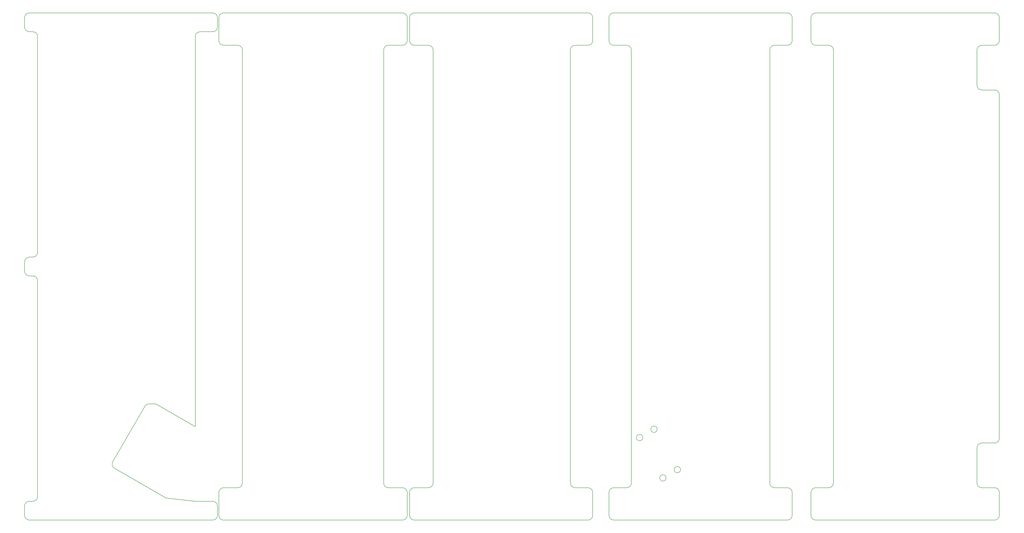
<source format=gbr>
%TF.GenerationSoftware,KiCad,Pcbnew,7.0.8*%
%TF.CreationDate,2024-01-15T20:22:08-08:00*%
%TF.ProjectId,FlexDeploySidePanels,466c6578-4465-4706-9c6f-795369646550,rev?*%
%TF.SameCoordinates,Original*%
%TF.FileFunction,Other,User*%
%FSLAX46Y46*%
G04 Gerber Fmt 4.6, Leading zero omitted, Abs format (unit mm)*
G04 Created by KiCad (PCBNEW 7.0.8) date 2024-01-15 20:22:08*
%MOMM*%
%LPD*%
G01*
G04 APERTURE LIST*
%ADD10C,0.200000*%
G04 APERTURE END LIST*
D10*
X423708000Y-101250000D02*
X423708000Y-111000000D01*
X347408000Y-115000000D02*
G75*
G03*
X345408000Y-113000000I-2000000J0D01*
G01*
X329000000Y-314750000D02*
G75*
G03*
X331000000Y-312750000I0J2000000D01*
G01*
X255200000Y-99250000D02*
G75*
G03*
X253200000Y-101250000I0J-2000000D01*
G01*
X501708000Y-99250000D02*
X425708000Y-99250000D01*
X352262112Y-279680676D02*
G75*
G03*
X352262112Y-279680676I-1350000J0D01*
G01*
X496208000Y-113000000D02*
X501708000Y-113000000D01*
X164200000Y-107250000D02*
G75*
G03*
X162200000Y-109250000I0J-2000000D01*
G01*
X253200000Y-111000000D02*
G75*
G03*
X255200000Y-113000000I2000000J0D01*
G01*
X182200000Y-115000000D02*
G75*
G03*
X180200000Y-113000000I-2000000J0D01*
G01*
X252200000Y-101250000D02*
G75*
G03*
X250200000Y-99250000I-2000000J0D01*
G01*
X433208000Y-115000000D02*
G75*
G03*
X431208000Y-113000000I-2000000J0D01*
G01*
X95200000Y-213000000D02*
X95200000Y-304750000D01*
X501708000Y-113000000D02*
G75*
G03*
X503708000Y-111000000I0J2000000D01*
G01*
X253200000Y-312750000D02*
G75*
G03*
X255200000Y-314750000I2000000J0D01*
G01*
X261200000Y-301000000D02*
X255200000Y-301000000D01*
X89700000Y-308750000D02*
X89700000Y-312750000D01*
X171600000Y-105250000D02*
X171600000Y-101250000D01*
X91700000Y-107250000D02*
X93200000Y-107250000D01*
X91700000Y-203000000D02*
G75*
G03*
X89700000Y-205000000I0J-2000000D01*
G01*
X501708000Y-314750000D02*
G75*
G03*
X503708000Y-312750000I0J2000000D01*
G01*
X331000000Y-303000000D02*
G75*
G03*
X329000000Y-301000000I-2000000J0D01*
G01*
X503708000Y-312750000D02*
X503708000Y-303000000D01*
X408208000Y-113000000D02*
G75*
G03*
X406208000Y-115000000I0J-2000000D01*
G01*
X413708000Y-314750000D02*
G75*
G03*
X415708000Y-312750000I0J2000000D01*
G01*
X91700000Y-314750000D02*
X169600000Y-314750000D01*
X329000000Y-113000000D02*
G75*
G03*
X331000000Y-111000000I0J2000000D01*
G01*
X253200000Y-303000000D02*
X253200000Y-312750000D01*
X127118420Y-290017619D02*
X140773121Y-266366984D01*
X337908000Y-101250000D02*
X337908000Y-111000000D01*
X496208000Y-113000000D02*
G75*
G03*
X494208000Y-115000000I0J-2000000D01*
G01*
X261200000Y-301000000D02*
G75*
G03*
X263200000Y-299000000I0J2000000D01*
G01*
X425708000Y-99250000D02*
G75*
G03*
X423708000Y-101250000I0J-2000000D01*
G01*
X95200000Y-213000000D02*
G75*
G03*
X93200000Y-211000000I-2000000J0D01*
G01*
X413708000Y-99250000D02*
X339908000Y-99250000D01*
X250200000Y-301000000D02*
X244200000Y-301000000D01*
X253200000Y-101250000D02*
X253200000Y-111000000D01*
X494208000Y-299000000D02*
G75*
G03*
X496208000Y-301000000I2000000J0D01*
G01*
X255200000Y-301000000D02*
G75*
G03*
X253200000Y-303000000I0J-2000000D01*
G01*
X345408000Y-301000000D02*
G75*
G03*
X347408000Y-299000000I0J2000000D01*
G01*
X331000000Y-312750000D02*
X331000000Y-303000000D01*
X180200000Y-301000000D02*
G75*
G03*
X182200000Y-299000000I0J2000000D01*
G01*
X415708000Y-312750000D02*
X415708000Y-303000000D01*
X255200000Y-113000000D02*
X261200000Y-113000000D01*
X242200000Y-299000000D02*
G75*
G03*
X244200000Y-301000000I2000000J0D01*
G01*
X415708000Y-111000000D02*
X415708000Y-101250000D01*
X494208000Y-299000000D02*
X494208000Y-284000000D01*
X415708000Y-101250000D02*
G75*
G03*
X413708000Y-99250000I-2000000J0D01*
G01*
X331000000Y-111000000D02*
X331000000Y-101250000D01*
X431208000Y-301000000D02*
X425708000Y-301000000D01*
X503708000Y-303000000D02*
G75*
G03*
X501708000Y-301000000I-2000000J0D01*
G01*
X425708000Y-113000000D02*
X431208000Y-113000000D01*
X501708000Y-301000000D02*
X496208000Y-301000000D01*
X252200000Y-111000000D02*
X252200000Y-101250000D01*
X329000000Y-99250000D02*
X255200000Y-99250000D01*
X162200000Y-274980479D02*
X162200000Y-109250000D01*
X329000000Y-301000000D02*
X323500000Y-301000000D01*
X91700000Y-211000000D02*
X93200000Y-211000000D01*
X145886378Y-265634918D02*
G75*
G03*
X144886369Y-265366984I-999978J-1732082D01*
G01*
X172200000Y-303000000D02*
X172200000Y-312750000D01*
X93200000Y-203000000D02*
X91700000Y-203000000D01*
X339908000Y-113000000D02*
X345408000Y-113000000D01*
X95200000Y-109250000D02*
G75*
G03*
X93200000Y-107250000I-2000000J0D01*
G01*
X244200000Y-113000000D02*
G75*
G03*
X242200000Y-115000000I0J-2000000D01*
G01*
X425708000Y-314750000D02*
X501708000Y-314750000D01*
X431208000Y-301000000D02*
G75*
G03*
X433208000Y-299000000I0J2000000D01*
G01*
X169600000Y-306750000D02*
X162200000Y-306750000D01*
X503708000Y-101250000D02*
G75*
G03*
X501708000Y-99250000I-2000000J0D01*
G01*
X91700000Y-99250000D02*
G75*
G03*
X89700000Y-101250000I0J-2000000D01*
G01*
X169600000Y-107250000D02*
G75*
G03*
X171600000Y-105250000I0J2000000D01*
G01*
X174200000Y-99250000D02*
G75*
G03*
X172200000Y-101250000I0J-2000000D01*
G01*
X433208000Y-115000000D02*
X433208000Y-299000000D01*
X171600000Y-312750000D02*
X171600000Y-308750000D01*
X339908000Y-99250000D02*
G75*
G03*
X337908000Y-101250000I0J-2000000D01*
G01*
X172200000Y-111000000D02*
G75*
G03*
X174200000Y-113000000I2000000J0D01*
G01*
X89700000Y-312750000D02*
G75*
G03*
X91700000Y-314750000I2000000J0D01*
G01*
X337908000Y-111000000D02*
G75*
G03*
X339908000Y-113000000I2000000J0D01*
G01*
X174200000Y-301000000D02*
G75*
G03*
X172200000Y-303000000I0J-2000000D01*
G01*
X250200000Y-99250000D02*
X174200000Y-99250000D01*
X339908000Y-314750000D02*
X413708000Y-314750000D01*
X244200000Y-113000000D02*
X250200000Y-113000000D01*
X503708000Y-111000000D02*
X503708000Y-101250000D01*
X423708000Y-111000000D02*
G75*
G03*
X425708000Y-113000000I2000000J0D01*
G01*
X406208000Y-299000000D02*
G75*
G03*
X408208000Y-301000000I2000000J0D01*
G01*
X345408000Y-301000000D02*
X339908000Y-301000000D01*
X425708000Y-301000000D02*
G75*
G03*
X423708000Y-303000000I0J-2000000D01*
G01*
X174200000Y-314750000D02*
X250200000Y-314750000D01*
X323500000Y-113000000D02*
X329000000Y-113000000D01*
X250200000Y-314750000D02*
G75*
G03*
X252200000Y-312750000I0J2000000D01*
G01*
X423708000Y-312750000D02*
G75*
G03*
X425708000Y-314750000I2000000J0D01*
G01*
X127118407Y-290017611D02*
G75*
G03*
X127850471Y-292749670I1732093J-999989D01*
G01*
X255200000Y-314750000D02*
X329000000Y-314750000D01*
X503708000Y-280000000D02*
X503708000Y-134000000D01*
X180200000Y-301000000D02*
X174200000Y-301000000D01*
X413708000Y-301000000D02*
X408208000Y-301000000D01*
X171600000Y-101250000D02*
G75*
G03*
X169600000Y-99250000I-2000000J0D01*
G01*
X347408000Y-115000000D02*
X347408000Y-299000000D01*
X93200000Y-306750000D02*
X91700000Y-306750000D01*
X415708000Y-303000000D02*
G75*
G03*
X413708000Y-301000000I-2000000J0D01*
G01*
X321500000Y-299000000D02*
X321500000Y-115000000D01*
X91700000Y-306750000D02*
G75*
G03*
X89700000Y-308750000I0J-2000000D01*
G01*
X263200000Y-115000000D02*
X263200000Y-299000000D01*
X368273653Y-293299479D02*
G75*
G03*
X368273653Y-293299479I-1350000J0D01*
G01*
X164200000Y-107250000D02*
X169600000Y-107250000D01*
X169600000Y-99250000D02*
X91700000Y-99250000D01*
X93200000Y-306750000D02*
G75*
G03*
X95200000Y-304750000I0J2000000D01*
G01*
X406208000Y-299000000D02*
X406208000Y-115000000D01*
X323500000Y-113000000D02*
G75*
G03*
X321500000Y-115000000I0J-2000000D01*
G01*
X89700000Y-101250000D02*
X89700000Y-105250000D01*
X145886369Y-265634934D02*
X161735898Y-274785663D01*
X172200000Y-101250000D02*
X172200000Y-111000000D01*
X161735898Y-274785663D02*
G75*
G03*
X162200000Y-274980478I1000002J1732063D01*
G01*
X423708000Y-303000000D02*
X423708000Y-312750000D01*
X358373653Y-276152176D02*
G75*
G03*
X358373653Y-276152176I-1350000J0D01*
G01*
X321500000Y-299000000D02*
G75*
G03*
X323500000Y-301000000I2000000J0D01*
G01*
X362162112Y-296827979D02*
G75*
G03*
X362162112Y-296827979I-1350000J0D01*
G01*
X494208000Y-130000000D02*
X494208000Y-115000000D01*
X408208000Y-113000000D02*
X413708000Y-113000000D01*
X250200000Y-113000000D02*
G75*
G03*
X252200000Y-111000000I0J2000000D01*
G01*
X337908000Y-312750000D02*
G75*
G03*
X339908000Y-314750000I2000000J0D01*
G01*
X162200000Y-306750000D02*
X150199937Y-305456008D01*
X182200000Y-115000000D02*
X182200000Y-299000000D01*
X89700000Y-209000000D02*
G75*
G03*
X91700000Y-211000000I2000000J0D01*
G01*
X142505171Y-265366968D02*
G75*
G03*
X140773121Y-266366984I29J-2000032D01*
G01*
X496208000Y-282000000D02*
G75*
G03*
X494208000Y-284000000I0J-2000000D01*
G01*
X171600000Y-308750000D02*
G75*
G03*
X169600000Y-306750000I-2000000J0D01*
G01*
X174200000Y-113000000D02*
X180200000Y-113000000D01*
X89700000Y-205000000D02*
X89700000Y-209000000D01*
X93200000Y-203000000D02*
G75*
G03*
X95200000Y-201000000I0J2000000D01*
G01*
X413708000Y-113000000D02*
G75*
G03*
X415708000Y-111000000I0J2000000D01*
G01*
X501708000Y-282000000D02*
G75*
G03*
X503708000Y-280000000I0J2000000D01*
G01*
X263200000Y-115000000D02*
G75*
G03*
X261200000Y-113000000I-2000000J0D01*
G01*
X252200000Y-312750000D02*
X252200000Y-303000000D01*
X89700000Y-105250000D02*
G75*
G03*
X91700000Y-107250000I2000000J0D01*
G01*
X172200000Y-312750000D02*
G75*
G03*
X174200000Y-314750000I2000000J0D01*
G01*
X339908000Y-301000000D02*
G75*
G03*
X337908000Y-303000000I0J-2000000D01*
G01*
X252200000Y-303000000D02*
G75*
G03*
X250200000Y-301000000I-2000000J0D01*
G01*
X242200000Y-299000000D02*
X242200000Y-115000000D01*
X496208000Y-282000000D02*
X501708000Y-282000000D01*
X149414364Y-305199575D02*
G75*
G03*
X150199937Y-305456007I1000036J1732075D01*
G01*
X337908000Y-303000000D02*
X337908000Y-312750000D01*
X169600000Y-314750000D02*
G75*
G03*
X171600000Y-312750000I0J2000000D01*
G01*
X503708000Y-134000000D02*
G75*
G03*
X501708000Y-132000000I-2000000J0D01*
G01*
X331000000Y-101250000D02*
G75*
G03*
X329000000Y-99250000I-2000000J0D01*
G01*
X95200000Y-109250000D02*
X95200000Y-201000000D01*
X494208000Y-130000000D02*
G75*
G03*
X496208000Y-132000000I2000000J0D01*
G01*
X501708000Y-132000000D02*
X496208000Y-132000000D01*
X149414358Y-305199586D02*
X127850471Y-292749670D01*
X142505171Y-265366984D02*
X144886369Y-265366984D01*
M02*

</source>
